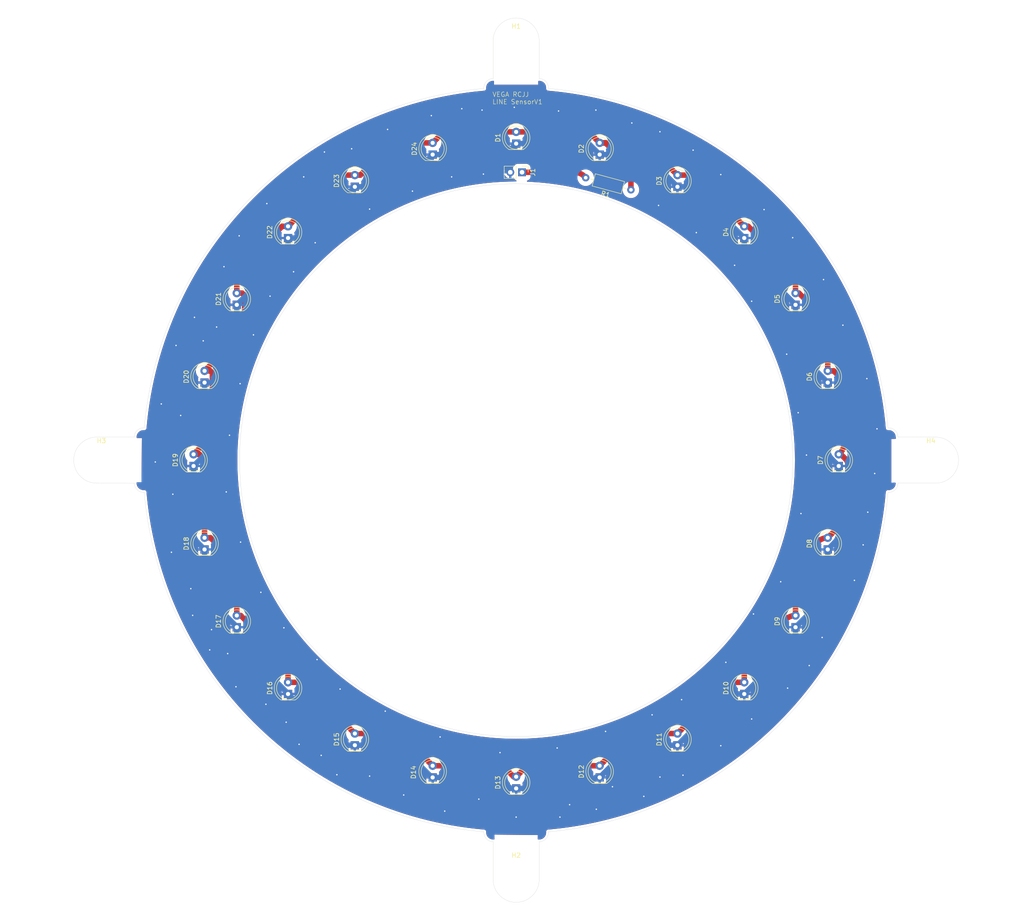
<source format=kicad_pcb>
(kicad_pcb (version 20240108) (generator "pcbnew") (generator_version "8.0")
  (layers (0 "F.Cu" signal) (31 "B.Cu" signal) (34 "B.Paste" user) (35 "F.Paste" user) (36 "B.SilkS" user "B.Silkscreen") (37 "F.SilkS" user "F.Silkscreen") (38 "B.Mask" user) (39 "F.Mask" user) (44 "Edge.Cuts" user))
  (net 0 "")
  (net 1 "GND")
  (net 2 "+5V")
  (net 3 "Net-(D1-A)")
  (footprint "LED_THT:LED_D5.0mm" (layer "F.Cu") (at 277.614808 169.392333 90)
    (property "Reference" "D8" (at 1.27 -3.96 90) (layer "F.SilkS"))
    (property "Value" "LED")
    (pad "1" thru_hole rect (at 0 0 90) (size 1.8 1.8) (drill 0.9) (layers "*.Cu" "*.Mask") (net 1 "GND"))
    (pad "2" thru_hole circle (at 2.54 0 90) (size 1.8 1.8) (drill 0.9) (layers "*.Cu" "*.Mask") (net 3 "Net-(D1-A)"))
  )
  (footprint "LED_THT:LED_D5.0mm" (layer "F.Cu") (at 160.502525 200.772475 90)
    (property "Reference" "D16" (at 1.27 -3.96 90) (layer "F.SilkS"))
    (property "Value" "LED")
    (pad "1" thru_hole rect (at 0 0 90) (size 1.8 1.8) (drill 0.9) (layers "*.Cu" "*.Mask") (net 1 "GND"))
    (pad "2" thru_hole circle (at 2.54 0 90) (size 1.8 1.8) (drill 0.9) (layers "*.Cu" "*.Mask") (net 3 "Net-(D1-A)"))
  )
  (footprint "LED_THT:LED_D5.0mm" (layer "F.Cu") (at 228.117333 218.889808 90)
    (property "Reference" "D12" (at 1.27 -3.96 90) (layer "F.SilkS"))
    (property "Value" "LED")
    (pad "1" thru_hole rect (at 0 0 90) (size 1.8 1.8) (drill 0.9) (layers "*.Cu" "*.Mask") (net 1 "GND"))
    (pad "2" thru_hole circle (at 2.54 0 90) (size 1.8 1.8) (drill 0.9) (layers "*.Cu" "*.Mask") (net 3 "Net-(D1-A)"))
  )
  (footprint "LED_THT:LED_D5.0mm" (layer "F.Cu") (at 280 151.275 90)
    (property "Reference" "D7" (at 1.27 -3.96 90) (layer "F.SilkS"))
    (property "Value" "LED")
    (pad "1" thru_hole rect (at 0 0 90) (size 1.8 1.8) (drill 0.9) (layers "*.Cu" "*.Mask") (net 1 "GND"))
    (pad "2" thru_hole circle (at 2.54 0 90) (size 1.8 1.8) (drill 0.9) (layers "*.Cu" "*.Mask") (net 3 "Net-(D1-A)"))
  )
  (footprint "MountingHole:MountingHole_3.2mm_M3" (layer "F.Cu") (at 210 60)
    (property "Reference" "H1" (at 0 -4.2 0) (layer "F.SilkS"))
    (property "Value" "MountingHole")
    (pad "" np_thru_hole circle (at 0 0) (size 3.2 3.2) (drill 3.2) (layers "*.Cu" "*.Mask"))
  )
  (footprint "Resistor_THT:R_Axial_DIN0207_L6.3mm_D2.5mm_P10.16mm_Horizontal" (layer "F.Cu") (at 234.906903 91.314801 165)
    (property "Reference" "R1" (at 5.08 -2.369999 165) (layer "F.SilkS"))
    (property "Value" "150")
    (pad "1" thru_hole circle (at 0 0 165) (size 1.6 1.6) (drill 0.8) (layers "*.Cu" "*.Mask") (net 3 "Net-(D1-A)"))
    (pad "2" thru_hole oval (at 10.159999 0 165) (size 1.6 1.6) (drill 0.8) (layers "*.Cu" "*.Mask") (net 2 "+5V"))
  )
  (footprint "LED_THT:LED_D5.0mm" (layer "F.Cu") (at 245 90.653222 90)
    (property "Reference" "D3" (at 1.27 -3.96 90) (layer "F.SilkS"))
    (property "Value" "LED")
    (pad "1" thru_hole rect (at 0 0 90) (size 1.8 1.8) (drill 0.9) (layers "*.Cu" "*.Mask") (net 1 "GND"))
    (pad "2" thru_hole circle (at 2.54 0 90) (size 1.8 1.8) (drill 0.9) (layers "*.Cu" "*.Mask") (net 3 "Net-(D1-A)"))
  )
  (footprint "LED_THT:LED_D5.0mm" (layer "F.Cu") (at 175 90.653222 90)
    (property "Reference" "D23" (at 1.27 -3.96 90) (layer "F.SilkS"))
    (property "Value" "LED")
    (pad "1" thru_hole rect (at 0 0 90) (size 1.8 1.8) (drill 0.9) (layers "*.Cu" "*.Mask") (net 1 "GND"))
    (pad "2" thru_hole circle (at 2.54 0 90) (size 1.8 1.8) (drill 0.9) (layers "*.Cu" "*.Mask") (net 3 "Net-(D1-A)"))
  )
  (footprint "MountingHole:MountingHole_3.2mm_M3" (layer "F.Cu") (at 300 150)
    (property "Reference" "H4" (at 0 -4.2 0) (layer "F.SilkS"))
    (property "Value" "MountingHole")
    (pad "" np_thru_hole circle (at 0 0) (size 3.2 3.2) (drill 3.2) (layers "*.Cu" "*.Mask"))
  )
  (footprint "LED_THT:LED_D5.0mm" (layer "F.Cu") (at 259.497475 200.772475 90)
    (property "Reference" "D10" (at 1.27 -3.96 90) (layer "F.SilkS"))
    (property "Value" "LED")
    (pad "1" thru_hole rect (at 0 0 90) (size 1.8 1.8) (drill 0.9) (layers "*.Cu" "*.Mask") (net 1 "GND"))
    (pad "2" thru_hole circle (at 2.54 0 90) (size 1.8 1.8) (drill 0.9) (layers "*.Cu" "*.Mask") (net 3 "Net-(D1-A)"))
  )
  (footprint "Connector_PinHeader_2.54mm:PinHeader_1x02_P2.54mm_Vertical" (layer "F.Cu") (at 211.275 87.5 -90)
    (property "Reference" "J1" (at 0 -2.33 90) (layer "F.SilkS"))
    (property "Value" "Conn_01x02_Pin")
    (pad "1" thru_hole rect (at 0 0 270) (size 1.7 1.7) (drill 1) (layers "*.Cu" "*.Mask") (net 2 "+5V"))
    (pad "2" thru_hole oval (at 0 2.54 270) (size 1.7 1.7) (drill 1) (layers "*.Cu" "*.Mask") (net 1 "GND"))
  )
  (footprint "LED_THT:LED_D5.0mm" (layer "F.Cu") (at 210 221.275 90)
    (property "Reference" "D13" (at 1.27 -3.96 90) (layer "F.SilkS"))
    (property "Value" "LED")
    (pad "1" thru_hole rect (at 0 0 90) (size 1.8 1.8) (drill 0.9) (layers "*.Cu" "*.Mask") (net 1 "GND"))
    (pad "2" thru_hole circle (at 2.54 0 90) (size 1.8 1.8) (drill 0.9) (layers "*.Cu" "*.Mask") (net 3 "Net-(D1-A)"))
  )
  (footprint "MountingHole:MountingHole_3.2mm_M3" (layer "F.Cu") (at 120 150)
    (property "Reference" "H3" (at 0 -4.2 0) (layer "F.SilkS"))
    (property "Value" "MountingHole")
    (pad "" np_thru_hole circle (at 0 0) (size 3.2 3.2) (drill 3.2) (layers "*.Cu" "*.Mask"))
  )
  (footprint "LED_THT:LED_D5.0mm" (layer "F.Cu") (at 259.497475 101.777525 90)
    (property "Reference" "D4" (at 1.27 -3.96 90) (layer "F.SilkS"))
    (property "Value" "LED")
    (pad "1" thru_hole rect (at 0 0 90) (size 1.8 1.8) (drill 0.9) (layers "*.Cu" "*.Mask") (net 1 "GND"))
    (pad "2" thru_hole circle (at 2.54 0 90) (size 1.8 1.8) (drill 0.9) (layers "*.Cu" "*.Mask") (net 3 "Net-(D1-A)"))
  )
  (footprint "LED_THT:LED_D5.0mm" (layer "F.Cu") (at 270.621778 186.275 90)
    (property "Reference" "D9" (at 1.27 -3.96 90) (layer "F.SilkS"))
    (property "Value" "LED")
    (pad "1" thru_hole rect (at 0 0 90) (size 1.8 1.8) (drill 0.9) (layers "*.Cu" "*.Mask") (net 1 "GND"))
    (pad "2" thru_hole circle (at 2.54 0 90) (size 1.8 1.8) (drill 0.9) (layers "*.Cu" "*.Mask") (net 3 "Net-(D1-A)"))
  )
  (footprint "LED_THT:LED_D5.0mm" (layer "F.Cu") (at 160.502525 101.777525 90)
    (property "Reference" "D22" (at 1.27 -3.96 90) (layer "F.SilkS"))
    (property "Value" "LED")
    (pad "1" thru_hole rect (at 0 0 90) (size 1.8 1.8) (drill 0.9) (layers "*.Cu" "*.Mask") (net 1 "GND"))
    (pad "2" thru_hole circle (at 2.54 0 90) (size 1.8 1.8) (drill 0.9) (layers "*.Cu" "*.Mask") (net 3 "Net-(D1-A)"))
  )
  (footprint "LED_THT:LED_D5.0mm" (layer "F.Cu") (at 149.378222 186.275 90)
    (property "Reference" "D17" (at 1.27 -3.96 90) (layer "F.SilkS"))
    (property "Value" "LED")
    (pad "1" thru_hole rect (at 0 0 90) (size 1.8 1.8) (drill 0.9) (layers "*.Cu" "*.Mask") (net 1 "GND"))
    (pad "2" thru_hole circle (at 2.54 0 90) (size 1.8 1.8) (drill 0.9) (layers "*.Cu" "*.Mask") (net 3 "Net-(D1-A)"))
  )
  (footprint "LED_THT:LED_D5.0mm" (layer "F.Cu") (at 140 151.275 90)
    (property "Reference" "D19" (at 1.27 -3.96 90) (layer "F.SilkS"))
    (property "Value" "LED")
    (pad "1" thru_hole rect (at 0 0 90) (size 1.8 1.8) (drill 0.9) (layers "*.Cu" "*.Mask") (net 1 "GND"))
    (pad "2" thru_hole circle (at 2.54 0 90) (size 1.8 1.8) (drill 0.9) (layers "*.Cu" "*.Mask") (net 3 "Net-(D1-A)"))
  )
  (footprint "LED_THT:LED_D5.0mm" (layer "F.Cu") (at 270.621778 116.275 90)
    (property "Reference" "D5" (at 1.27 -3.96 90) (layer "F.SilkS"))
    (property "Value" "LED")
    (pad "1" thru_hole rect (at 0 0 90) (size 1.8 1.8) (drill 0.9) (layers "*.Cu" "*.Mask") (net 1 "GND"))
    (pad "2" thru_hole circle (at 2.54 0 90) (size 1.8 1.8) (drill 0.9) (layers "*.Cu" "*.Mask") (net 3 "Net-(D1-A)"))
  )
  (footprint "LED_THT:LED_D5.0mm" (layer "F.Cu") (at 142.385192 169.392333 90)
    (property "Reference" "D18" (at 1.27 -3.96 90) (layer "F.SilkS"))
    (property "Value" "LED")
    (pad "1" thru_hole rect (at 0 0 90) (size 1.8 1.8) (drill 0.9) (layers "*.Cu" "*.Mask") (net 1 "GND"))
    (pad "2" thru_hole circle (at 2.54 0 90) (size 1.8 1.8) (drill 0.9) (layers "*.Cu" "*.Mask") (net 3 "Net-(D1-A)"))
  )
  (footprint "LED_THT:LED_D5.0mm" (layer "F.Cu") (at 228.117333 83.660192 90)
    (property "Reference" "D2" (at 1.27 -3.96 90) (layer "F.SilkS"))
    (property "Value" "LED")
    (pad "1" thru_hole rect (at 0 0 90) (size 1.8 1.8) (drill 0.9) (layers "*.Cu" "*.Mask") (net 1 "GND"))
    (pad "2" thru_hole circle (at 2.54 0 90) (size 1.8 1.8) (drill 0.9) (layers "*.Cu" "*.Mask") (net 3 "Net-(D1-A)"))
  )
  (footprint "LED_THT:LED_D5.0mm" (layer "F.Cu") (at 175 211.896778 90)
    (property "Reference" "D15" (at 1.27 -3.96 90) (layer "F.SilkS"))
    (property "Value" "LED")
    (pad "1" thru_hole rect (at 0 0 90) (size 1.8 1.8) (drill 0.9) (layers "*.Cu" "*.Mask") (net 1 "GND"))
    (pad "2" thru_hole circle (at 2.54 0 90) (size 1.8 1.8) (drill 0.9) (layers "*.Cu" "*.Mask") (net 3 "Net-(D1-A)"))
  )
  (footprint "LED_THT:LED_D5.0mm" (layer "F.Cu") (at 149.378222 116.275 90)
    (property "Reference" "D21" (at 1.27 -3.96 90) (layer "F.SilkS"))
    (property "Value" "LED")
    (pad "1" thru_hole rect (at 0 0 90) (size 1.8 1.8) (drill 0.9) (layers "*.Cu" "*.Mask") (net 1 "GND"))
    (pad "2" thru_hole circle (at 2.54 0 90) (size 1.8 1.8) (drill 0.9) (layers "*.Cu" "*.Mask") (net 3 "Net-(D1-A)"))
  )
  (footprint "LED_THT:LED_D5.0mm" (layer "F.Cu") (at 191.882667 83.660192 90)
    (property "Reference" "D24" (at 1.27 -3.96 90) (layer "F.SilkS"))
    (property "Value" "LED")
    (pad "1" thru_hole rect (at 0 0 90) (size 1.8 1.8) (drill 0.9) (layers "*.Cu" "*.Mask") (net 1 "GND"))
    (pad "2" thru_hole circle (at 2.54 0 90) (size 1.8 1.8) (drill 0.9) (layers "*.Cu" "*.Mask") (net 3 "Net-(D1-A)"))
  )
  (footprint "MountingHole:MountingHole_3.2mm_M3" (layer "F.Cu") (at 210 240)
    (property "Reference" "H2" (at 0 -4.2 0) (layer "F.SilkS"))
    (property "Value" "MountingHole")
    (pad "" np_thru_hole circle (at 0 0) (size 3.2 3.2) (drill 3.2) (layers "*.Cu" "*.Mask"))
  )
  (footprint "LED_THT:LED_D5.0mm" (layer "F.Cu") (at 142.385192 133.157667 90)
    (property "Reference" "D20" (at 1.27 -3.96 90) (layer "F.SilkS"))
    (property "Value" "LED")
    (pad "1" thru_hole rect (at 0 0 90) (size 1.8 1.8) (drill 0.9) (layers "*.Cu" "*.Mask") (net 1 "GND"))
    (pad "2" thru_hole circle (at 2.54 0 90) (size 1.8 1.8) (drill 0.9) (layers "*.Cu" "*.Mask") (net 3 "Net-(D1-A)"))
  )
  (footprint "LED_THT:LED_D5.0mm" (layer "F.Cu") (at 245 211.896778 90)
    (property "Reference" "D11" (at 1.27 -3.96 90) (layer "F.SilkS"))
    (property "Value" "LED")
    (pad "1" thru_hole rect (at 0 0 90) (size 1.8 1.8) (drill 0.9) (layers "*.Cu" "*.Mask") (net 1 "GND"))
    (pad "2" thru_hole circle (at 2.54 0 90) (size 1.8 1.8) (drill 0.9) (layers "*.Cu" "*.Mask") (net 3 "Net-(D1-A)"))
  )
  (footprint "LED_THT:LED_D5.0mm" (layer "F.Cu") (at 277.614808 133.157667 90)
    (property "Reference" "D6" (at 1.27 -3.96 90) (layer "F.SilkS"))
    (property "Value" "LED")
    (pad "1" thru_hole rect (at 0 0 90) (size 1.8 1.8) (drill 0.9) (layers "*.Cu" "*.Mask") (net 1 "GND"))
    (pad "2" thru_hole circle (at 2.54 0 90) (size 1.8 1.8) (drill 0.9) (layers "*.Cu" "*.Mask") (net 3 "Net-(D1-A)"))
  )
  (footprint "LED_THT:LED_D5.0mm" (layer "F.Cu") (at 210 81.275 90)
    (property "Reference" "D1" (at 1.27 -3.96 90) (layer "F.SilkS"))
    (property "Value" "LED")
    (pad "1" thru_hole rect (at 0 0 90) (size 1.8 1.8) (drill 0.9) (layers "*.Cu" "*.Mask") (net 1 "GND"))
    (pad "2" thru_hole circle (at 2.54 0 90) (size 1.8 1.8) (drill 0.9) (layers "*.Cu" "*.Mask") (net 3 "Net-(D1-A)"))
  )
  (footprint "LED_THT:LED_D5.0mm" (layer "F.Cu") (at 191.882667 218.889808 90)
    (property "Reference" "D14" (at 1.125 -4.15 90) (layer "F.SilkS"))
    (property "Value" "LED")
    (pad "1" thru_hole rect (at 0 0 90) (size 1.8 1.8) (drill 0.9) (layers "*.Cu" "*.Mask") (net 1 "GND"))
    (pad "2" thru_hole circle (at 2.54 0 90) (size 1.8 1.8) (drill 0.9) (layers "*.Cu" "*.Mask") (net 3 "Net-(D1-A)"))
  )
  (gr_line (start 214.999999 59.01) (end 215 67.15) (stroke (width 0.05)) (layer "Edge.Cuts"))
  (gr_arc (start 129.300812 143.00007) (mid 152.724771 92.720805) (end 203.005658 69.300327) (stroke (width 0.05)) (layer "Edge.Cuts"))
  (gr_circle (center 210 150) (end 270 150) (stroke (width 0.05)) (fill none) (layer "Edge.Cuts"))
  (gr_arc (start 129.300329 156.994367) (mid 127.793627 156.469813) (end 127.150001 155.01) (stroke (width 0.05)) (layer "Edge.Cuts"))
  (gr_arc (start 205.000001 59.01) (mid 210 53.999991) (end 214.999999 59.01) (stroke (width 0.05)) (layer "Edge.Cuts"))
  (gr_arc (start 216.994405 69.299515) (mid 267.275802 92.720227) (end 290.699999 143) (stroke (width 0.05)) (layer "Edge.Cuts"))
  (gr_arc (start 119 155) (mid 114 150) (end 119 145) (stroke (width 0.05)) (layer "Edge.Cuts"))
  (gr_line (start 205.000001 59.01) (end 205 67.15) (stroke (width 0.05)) (layer "Edge.Cuts"))
  (gr_arc (start 290.7 143) (mid 292.214122 143.529738) (end 292.855617 145) (stroke (width 0.05)) (layer "Edge.Cuts"))
  (gr_arc (start 203.004931 230.709642) (mid 152.715778 207.284336) (end 129.290372 156.99523) (stroke (width 0.05)) (layer "Edge.Cuts"))
  (gr_arc (start 215 67.15) (mid 216.466145 67.789699) (end 216.994399 69.29958) (stroke (width 0.05)) (layer "Edge.Cuts"))
  (gr_line (start 301 155) (end 292.855617 155) (stroke (width 0.05)) (layer "Edge.Cuts"))
  (gr_arc (start 217 230.7) (mid 216.470262 232.214121) (end 215 232.855616) (stroke (width 0.05)) (layer "Edge.Cuts"))
  (gr_arc (start 292.855617 155) (mid 292.214122 156.470262) (end 290.7 157) (stroke (width 0.05)) (layer "Edge.Cuts"))
  (gr_arc (start 205 232.85) (mid 203.537004 232.213687) (end 203.004931 230.709643) (stroke (width 0.05)) (layer "Edge.Cuts"))
  (gr_line (start 301 145) (end 292.855617 145) (stroke (width 0.05)) (layer "Edge.Cuts"))
  (gr_line (start 127.150001 155.01) (end 119 155) (stroke (width 0.05)) (layer "Edge.Cuts"))
  (gr_arc (start 215 241) (mid 210 246) (end 205 241) (stroke (width 0.05)) (layer "Edge.Cuts"))
  (gr_line (start 119 145) (end 127.144408 144.990022) (stroke (width 0.05)) (layer "Edge.Cuts"))
  (gr_arc (start 301 145) (mid 306 150) (end 301 155) (stroke (width 0.05)) (layer "Edge.Cuts"))
  (gr_arc (start 290.699999 157) (mid 267.277787 207.277787) (end 217 230.699999) (stroke (width 0.05)) (layer "Edge.Cuts"))
  (gr_line (start 215 232.855616) (end 215 241) (stroke (width 0.05)) (layer "Edge.Cuts"))
  (gr_arc (start 127.144408 144.990022) (mid 127.78954 143.526349) (end 129.3 143) (stroke (width 0.05)) (layer "Edge.Cuts"))
  (gr_line (start 205 232.85) (end 205 241) (stroke (width 0.05)) (layer "Edge.Cuts"))
  (gr_arc (start 203.005658 69.300327) (mid 203.533601 67.789973) (end 205 67.15) (stroke (width 0.05)) (layer "Edge.Cuts"))
  (gr_text "VEGA RCJJ\nLINE SensorV1" (at 204.8 72.8 0) (layer "F.SilkS") (effects (font (size 1 1) (thickness 0.1)) (justify left bottom)))
  (via (at 181.6 204.5) (size 0.6) (drill 0.3) (layers "F.Cu" "B.Cu") (net 1))
  (via (at 140.2 119) (size 0.6) (drill 0.3) (layers "F.Cu" "B.Cu") (net 1))
  (via (at 178.2 218.6) (size 0.6) (drill 0.3) (layers "F.Cu" "B.Cu") (net 1))
  (via (at 202.9 87.9) (size 0.6) (drill 0.3) (layers "F.Cu" "B.Cu") (net 1))
  (via (at 159.6 186.4) (size 0.6) (drill 0.3) (layers "F.Cu" "B.Cu") (net 1))
  (via (at 161.7 109.1) (size 0.6) (drill 0.3) (layers "F.Cu" "B.Cu") (net 1))
  (via (at 143.9 186.8) (size 0.6) (drill 0.3) (layers "F.Cu" "B.Cu") (net 1))
  (via (at 280.9 120.7) (size 0.6) (drill 0.3) (layers "F.Cu" "B.Cu") (net 1))
  (via (at 147.8 144.6) (size 0.6) (drill 0.3) (layers "F.Cu" "B.Cu") (net 1))
  (via (at 276.7 110.8) (size 0.6) (drill 0.3) (layers "F.Cu" "B.Cu") (net 1))
  (via (at 137.2 140.3) (size 0.6) (drill 0.3) (layers "F.Cu" "B.Cu") (net 1))
  (via (at 261.1 206.2) (size 0.6) (drill 0.3) (layers "F.Cu" "B.Cu") (net 1))
  (via (at 261.5 183.4) (size 0.6) (drill 0.3) (layers "F.Cu" "B.Cu") (net 1))
  (via (at 149.9 101.3) (size 0.6) (drill 0.3) (layers "F.Cu" "B.Cu") (net 1))
  (via (at 135.2 170) (size 0.6) (drill 0.3) (layers "F.Cu" "B.Cu") (net 1))
  (via (at 150.2 167.8) (size 0.6) (drill 0.3) (layers "F.Cu" "B.Cu") (net 1))
  (via (at 154.6 178.7) (size 0.6) (drill 0.3) (layers "F.Cu" "B.Cu") (net 1))
  (via (at 271.8 161.6) (size 0.6) (drill 0.3) (layers "F.Cu" "B.Cu") (net 1))
  (via (at 168.4 83.1) (size 0.6) (drill 0.3) (layers "F.Cu" "B.Cu") (net 1))
  (via (at 288.3 143.2) (size 0.6) (drill 0.3) (layers "F.Cu" "B.Cu") (net 1))
  (via (at 218.9 212.5) (size 0.6) (drill 0.3) (layers "F.Cu" "B.Cu") (net 1))
  (via (at 160.1 206.9) (size 0.6) (drill 0.3) (layers "F.Cu" "B.Cu") (net 1))
  (via (at 249.1 100.6) (size 0.6) (drill 0.3) (layers "F.Cu" "B.Cu") (net 1))
  (via (at 193.5 210.1) (size 0.6) (drill 0.3) (layers "F.Cu" "B.Cu") (net 1))
  (via (at 142.1 124.1) (size 0.6) (drill 0.3) (layers "F.Cu" "B.Cu") (net 1))
  (via (at 149.2 199.2) (size 0.6) (drill 0.3) (layers "F.Cu" "B.Cu") (net 1))
  (via (at 230.9 220.9) (size 0.6) (drill 0.3) (layers "F.Cu" "B.Cu") (net 1))
  (via (at 254.4 88) (size 0.6) (drill 0.3) (layers "F.Cu" "B.Cu") (net 1))
  (via (at 153 122.8) (size 0.6) (drill 0.3) (layers "F.Cu" "B.Cu") (net 1))
  (via (at 237.7 223) (size 0.6) (drill 0.3) (layers "F.Cu" "B.Cu") (net 1))
  (via (at 241.2 78.7) (size 0.6) (drill 0.3) (layers "F.Cu" "B.Cu") (net 1))
  (via (at 286.3 161.3) (size 0.6) (drill 0.3) (layers "F.Cu" "B.Cu") (net 1))
  (via (at 209.6 73.4) (size 0.6) (drill 0.3) (layers "F.Cu" "B.Cu") (net 1))
  (via (at 182.1 78.2) (size 0.6) (drill 0.3) (layers "F.Cu" "B.Cu") (net 1))
  (via (at 273 148.9) (size 0.6) (drill 0.3) (layers "F.Cu" "B.Cu") (net 1))
  (via (at 155.7 203) (size 0.6) (drill 0.3) (layers "F.Cu" "B.Cu") (net 1))
  (via (at 283.4 176.1) (size 0.6) (drill 0.3) (layers "F.Cu" "B.Cu") (net 1))
  (via (at 268.9 199.5) (size 0.6) (drill 0.3) (layers "F.Cu" "B.Cu") (net 1))
  (via (at 210 227.5) (size 0.6) (drill 0.3) (layers "F.Cu" "B.Cu") (net 1))
  (via (at 267.4 176.4) (size 0.6) (drill 0.3) (layers "F.Cu" "B.Cu") (net 1))
  (via (at 286.1 132.3) (size 0.6) (drill 0.3) (layers "F.Cu" "B.Cu") (net 1))
  (via (at 146.6 108) (size 0.6) (drill 0.3) (layers "F.Cu" "B.Cu") (net 1))
  (via (at 147.1 156.9) (size 0.6) (drill 0.3) (layers "F.Cu" "B.Cu") (net 1))
  (via (at 221.6 224.8) (size 0.6) (drill 0.3) (layers "F.Cu" "B.Cu") (net 1))
  (via (at 201.9 223.6) (size 0.6) (drill 0.3) (layers "F.Cu" "B.Cu") (net 1))
  (via (at 131.7 150.4) (size 0.6) (drill 0.3) (layers "F.Cu" "B.Cu") (net 1))
  (via (at 255.5 193.9) (size 0.6) (drill 0.3) (layers "F.Cu" "B.Cu") (net 1))
  (via (at 276.4 188.5) (size 0.6) (drill 0.3) (layers "F.Cu" "B.Cu") (net 1))
  (via (at 133 137.8) (size 0.6) (drill 0.3) (layers "F.Cu" "B.Cu") (net 1))
  (via (at 254.4 212) (size 0.6) (drill 0.3) (layers "F.Cu" "B.Cu") (net 1))
  (via (at 219.5 227.5) (size 0.6) (drill 0.3) (layers "F.Cu" "B.Cu") (net 1))
  (via (at 246.2 218.4) (size 0.6) (drill 0.3) (layers "F.Cu" "B.Cu") (net 1))
  (via (at 271.2 139.7) (size 0.6) (drill 0.3) (layers "F.Cu" "B.Cu") (net 1))
  (via (at 167.7 214.1) (size 0.6) (drill 0.3) (layers "F.Cu" "B.Cu") (net 1))
  (via (at 150.1 133.4) (size 0.6) (drill 0.3) (layers "F.Cu" "B.Cu") (net 1))
  (via (at 135.5 157.4) (size 0.6) (drill 0.3) (layers "F.Cu" "B.Cu") (net 1))
  (via (at 136.2 125.1) (size 0.6) (drill 0.3) (layers "F.Cu" "B.Cu") (net 1))
  (via (at 155.9 94.3) (size 0.6) (drill 0.3) (layers "F.Cu" "B.Cu") (net 1))
  (via (at 198.2 73.7) (size 0.6) (drill 0.3) (layers "F.Cu" "B.Cu") (net 1))
  (via (at 139.8 183.7) (size 0.6) (drill 0.3) (layers "F.Cu" "B.Cu") (net 1))
  (via (at 229.4 208.9) (size 0.6) (drill 0.3) (layers "F.Cu" "B.Cu") (net 1))
  (via (at 145 121.1) (size 0.6) (drill 0.3) (layers "F.Cu" "B.Cu") (net 1))
  (via (at 163.9 88.5) (size 0.6) (drill 0.3) (layers "F.Cu" "B.Cu") (net 1))
  (via (at 268.7 127) (size 0.6) (drill 0.3) (layers "F.Cu" "B.Cu") (net 1))
  (via (at 174.3 82.4) (size 0.6) (drill 0.3) (layers "F.Cu" "B.Cu") (net 1))
  (via (at 171.1 218.3) (size 0.6) (drill 0.3) (layers "F.Cu" "B.Cu") (net 1))
  (via (at 235.1 76.8) (size 0.6) (drill 0.3) (layers "F.Cu" "B.Cu") (net 1))
  (via (at 196 88.5) (size 0.6) (drill 0.3) (layers "F.Cu" "B.Cu") (net 1))
  (via (at 143.5 191.2) (size 0.6) (drill 0.3) (layers "F.Cu" "B.Cu") (net 1))
  (via (at 227.4 225.8) (size 0.6) (drill 0.3) (layers "F.Cu" "B.Cu") (net 1))
  (via (at 171.8 199.7) (size 0.6) (drill 0.3) (layers "F.Cu" "B.Cu") (net 1))
  (via (at 263.8 95.6) (size 0.6) (drill 0.3) (layers "F.Cu" "B.Cu") (net 1))
  (via (at 194.5 226.2) (size 0.6) (drill 0.3) (layers "F.Cu" "B.Cu") (net 1))
  (via (at 187.5 91.6) (size 0.6) (drill 0.3) (layers "F.Cu" "B.Cu") (net 1))
  (via (at 241.2 218.8) (size 0.6) (drill 0.3) (layers "F.Cu" "B.Cu") (net 1))
  (via (at 287.8 152.9) (size 0.6) (drill 0.3) (layers "F.Cu" "B.Cu") (net 1))
  (via (at 185.6 222.7) (size 0.6) (drill 0.3) (layers "F.Cu" "B.Cu") (net 1))
  (via (at 261.1 115.5) (size 0.6) (drill 0.3) (layers "F.Cu" "B.Cu") (net 1))
  (via (at 240.9 94.7) (size 0.6) (drill 0.3) (layers "F.Cu" "B.Cu") (net 1))
  (via (at 227.3 74) (size 0.6) (drill 0.3) (layers "F.Cu" "B.Cu") (net 1))
  (via (at 202.6 74) (size 0.6) (drill 0.3) (layers "F.Cu" "B.Cu") (net 1))
  (via (at 219.2 74.2) (size 0.6) (drill 0.3) (layers "F.Cu" "B.Cu") (net 1))
  (via (at 162.9 211.7) (size 0.6) (drill 0.3) (layers "F.Cu" "B.Cu") (net 1))
  (via (at 147.4 192) (size 0.6) (drill 0.3) (layers "F.Cu" "B.Cu") (net 1))
  (via (at 139.4 177.9) (size 0.6) (drill 0.3) (layers "F.Cu" "B.Cu") (net 1))
  (via (at 248.4 82.7) (size 0.6) (drill 0.3) (layers "F.Cu" "B.Cu") (net 1))
  (via (at 239.5 205.3) (size 0.6) (drill 0.3) (layers "F.Cu" "B.Cu") (net 1))
  (via (at 191.6 75.2) (size 0.6) (drill 0.3) (layers "F.Cu" "B.Cu") (net 1))
  (via (at 270 101.7) (size 0.6) (drill 0.3) (layers "F.Cu" "B.Cu") (net 1))
  (via (at 285.3 168.4) (size 0.6) (drill 0.3) (layers "F.Cu" "B.Cu") (net 1))
  (via (at 257.4 107.7) (size 0.6) (drill 0.3) (layers "F.Cu" "B.Cu") (net 1))
  (via (at 166.8 193.3) (size 0.6) (drill 0.3) (layers "F.Cu" "B.Cu") (net 1))
  (via (at 156.6 114.4) (size 0.6) (drill 0.3) (layers "F.Cu" "B.Cu") (net 1))
  (via (at 273.6 194.6) (size 0.6) (drill 0.3) (layers "F.Cu" "B.Cu") (net 1))
  (via (at 245.9 202) (size 0.6) (drill 0.3) (layers "F.Cu" "B.Cu") (net 1))
  (via (at 178.2 95.5) (size 0.6) (drill 0.3) (layers "F.Cu" "B.Cu") (net 1))
  (via (at 206.5 213.5) (size 0.6) (drill 0.3) (layers "F.Cu" "B.Cu") (net 1))
  (via (at 166.4 102.8) (size 0.6) (drill 0.3) (layers "F.Cu" "B.Cu") (net 1))
  (segment (start 191.882667 218.889808) (end 191.689808 218.889808) (width 1.2) (layer "B.Cu") (net 1))
  (segment (start 149.378222 186.275) (end 149.378222 186.178222) (width 1.2) (layer "B.Cu") (net 1))
  (segment (start 227.289808 218.889808) (end 225.783295 220.396321) (width 1.2) (layer "B.Cu") (net 1))
  (segment (start 245 90.653222) (end 247.130531 90.653222) (width 1.2) (layer "B.Cu") (net 1))
  (segment (start 149.378222 127.021996) (end 149.378222 116.275) (width 1.2) (layer "B.Cu") (net 1))
  (segment (start 175 211.896778) (end 172.869469 211.896778) (width 1.2) (layer "B.Cu") (net 1))
  (segment (start 228.117333 218.889808) (end 227.289808 218.889808) (width 1.2) (layer "B.Cu") (net 1))
  (segment (start 191.689808 218.889808) (end 185.575457 212.775457) (width 1.2) (layer "B.Cu") (net 1))
  (segment (start 164.754377 100.898845) (end 175 90.653222) (width 1.2) (layer "B.Cu") (net 1))
  (segment (start 149.378222 188.335581) (end 149.378222 186.275) (width 1.2) (layer "B.Cu") (net 1))
  (segment (start 210 81.275) (end 225.732141 81.275) (width 1.2) (layer "B.Cu") (net 1))
  (segment (start 260.376155 106.029377) (end 270.621778 116.275) (width 1.2) (layer "B.Cu") (net 1))
  (segment (start 225.732141 81.275) (end 228.117333 83.660192) (width 1.2) (layer "B.Cu") (net 1))
  (segment (start 149.378222 186.178222) (end 143.263871 180.063871) (width 1.2) (layer "B.Cu") (net 1))
  (segment (start 271.500458 127.043317) (end 277.614808 133.157667) (width 1.2) (layer "B.Cu") (net 1))
  (segment (start 191.882667 83.660192) (end 203.652551 83.660192) (width 1.2) (layer "B.Cu") (net 1))
  (segment (start 140 165.7645) (end 140 151.275) (width 1.2) (layer "B.Cu") (net 1))
  (segment (start 145.363872 132.278987) (end 148.499543 129.143316) (width 1.2) (layer "B.Cu") (net 1))
  (segment (start 183.454137 211.896778) (end 175 211.896778) (width 1.2) (layer "B.Cu") (net 1))
  (segment (start 142.385192 177.942551) (end 142.385192 169.392333) (width 1.2) (layer "B.Cu") (net 1))
  (segment (start 170.748148 211.018098) (end 160.502525 200.772475) (width 1.2) (layer "B.Cu") (net 1))
  (segment (start 277.614808 169.392333) (end 277.614808 178.039329) (width 1.2) (layer "B.Cu") (net 1))
  (segment (start 160.502525 101.777525) (end 162.633056 101.777525) (width 1.2) (layer "B.Cu") (net 1))
  (segment (start 149.378222 116.275) (end 159.623846 106.029376) (width 1.2) (layer "B.Cu") (net 1))
  (segment (start 276.736128 180.16065) (end 270.621778 186.275) (width 1.2) (layer "B.Cu") (net 1))
  (segment (start 270.621778 116.275) (end 270.621778 124.921996) (width 1.2) (layer "B.Cu") (net 1))
  (segment (start 140 151.275) (end 142.385192 148.889808) (width 1.2) (layer "B.Cu") (net 1))
  (segment (start 142.385192 148.889808) (end 142.385192 133.157667) (width 1.2) (layer "B.Cu") (net 1))
  (segment (start 142.385192 169.392333) (end 140.878679 167.88582) (width 1.2) (layer "B.Cu") (net 1))
  (segment (start 259.497475 101.777525) (end 259.497475 103.908056) (width 1.2) (layer "B.Cu") (net 1))
  (segment (start 142.385192 133.157667) (end 143.242551 133.157667) (width 1.2) (layer "B.Cu") (net 1))
  (segment (start 205.773872 84.538872) (end 208.735 87.5) (width 1.2) (layer "B.Cu") (net 1))
  (segment (start 249.251852 91.531902) (end 259.497475 101.777525) (width 1.2) (layer "B.Cu") (net 1))
  (segment (start 209.61368 81.66132) (end 210 81.275) (width 1.2) (layer "B.Cu") (net 1))
  (segment (start 270.621778 186.275) (end 270.621778 188.405531) (width 1.2) (layer "B.Cu") (net 1))
  (segment (start 175 90.653222) (end 183.704137 90.653222) (width 1.2) (layer "B.Cu") (net 1))
  (segment (start 238.88565 84.538872) (end 245 90.653222) (width 1.2) (layer "B.Cu") (net 1))
  (segment (start 191.882667 83.717333) (end 191.882667 83.660192) (width 1.2) (layer "B.Cu") (net 1))
  (segment (start 205.147167 218.889808) (end 191.882667 218.889808) (width 1.2) (layer "B.Cu") (net 1))
  (segment (start 210 221.275) (end 208.775 221.275) (width 1.2) (layer "B.Cu") (net 1))
  (segment (start 255.245623 201.651155) (end 245 211.896778) (width 1.2) (layer "B.Cu") (net 1))
  (segment (start 223.661975 221.275) (end 210 221.275) (width 1.2) (layer "B.Cu") (net 1))
  (segment (start 160.502525 200.702525) (end 150.256901 190.456901) (width 1.2) (layer "B.Cu") (net 1))
  (segment (start 280 151.275) (end 280 165.7645) (width 1.2) (layer "B.Cu") (net 1))
  (segment (start 269.743098 190.526852) (end 259.497475 200.772475) (width 1.2) (layer "B.Cu") (net 1))
  (segment (start 279.12132 167.885821) (end 277.614808 169.392333) (width 1.2) (layer "B.Cu") (net 1))
  (segment (start 208.775 221.275) (end 207.268487 219.768487) (width 1.2) (layer "B.Cu") (net 1))
  (segment (start 208.735 87.5) (end 208.735 83.782641) (width 1.2) (layer "B.Cu") (net 1))
  (segment (start 259.497475 200.772475) (end 257.366944 200.772475) (width 1.2) (layer "B.Cu") (net 1))
  (segment (start 185.825458 89.774542) (end 191.882667 83.717333) (width 1.2) (layer "B.Cu") (net 1))
  (segment (start 228.117333 83.660192) (end 236.764329 83.660192) (width 1.2) (layer "B.Cu") (net 1))
  (segment (start 234.231683 212.775458) (end 228.117333 218.889808) (width 1.2) (layer "B.Cu") (net 1))
  (segment (start 160.502525 103.908056) (end 160.502525 101.777525) (width 1.2) (layer "B.Cu") (net 1))
  (segment (start 277.614808 133.157667) (end 277.614808 147.647167) (width 1.2) (layer "B.Cu") (net 1))
  (segment (start 245 211.896778) (end 236.353004 211.896778) (width 1.2) (layer "B.Cu") (net 1))
  (segment (start 160.502525 200.772475) (end 160.502525 200.702525) (width 1.2) (layer "B.Cu") (net 1))
  (segment (start 278.493488 149.768488) (end 280 151.275) (width 1.2) (layer "B.Cu") (net 1))
  (arc (start 234.231683 212.775458) (mid 235.204953 212.125139) (end 236.353004 211.896778) (width 1.2) (layer "B.Cu") (net 1))
  (arc (start 162.633056 101.777525) (mid 163.781107 101.549163) (end 164.754377 100.898845) (width 1.2) (layer "B.Cu") (net 1))
  (arc (start 140.878679 167.88582) (mid 140.228361 166.91255) (end 140 165.7645) (width 1.2) (layer "B.Cu") (net 1))
  (arc (start 172.869469 211.896778) (mid 171.721418 211.668416) (end 170.748148 211.018098) (width 1.2) (layer "B.Cu") (net 1))
  (arc (start 247.130531 90.653222) (mid 248.278582 90.881584) (end 249.251852 91.531902) (width 1.2) (layer "B.Cu") (net 1))
  (arc (start 279.12132 167.885821) (mid 279.771639 166.912551) (end 280 165.7645) (width 1.2) (layer "B.Cu") (net 1))
  (arc (start 159.623846 106.029376) (mid 160.274164 105.056106) (end 160.502525 103.908056) (width 1.2) (layer "B.Cu") (net 1))
  (arc (start 276.736128 180.16065) (mid 277.386447 179.18738) (end 277.614808 178.039329) (width 1.2) (layer "B.Cu") (net 1))
  (arc (start 207.268487 219.768487) (mid 206.295217 219.118169) (end 205.147167 218.889808) (width 1.2) (layer "B.Cu") (net 1))
  (arc (start 142.385192 177.942551) (mid 142.613553 179.090601) (end 143.263871 180.063871) (width 1.2) (layer "B.Cu") (net 1))
  (arc (start 208.735 83.782641) (mid 208.963362 82.63459) (end 209.61368 81.66132) (width 1.2) (layer "B.Cu") (net 1))
  (arc (start 269.743098 190.526852) (mid 270.393417 189.553582) (end 270.621778 188.405531) (width 1.2) (layer "B.Cu") (net 1))
  (arc (start 255.245623 201.651155) (mid 256.218893 201.000836) (end 257.366944 200.772475) (width 1.2) (layer "B.Cu") (net 1))
  (arc (start 150.256901 190.456901) (mid 149.606583 189.483631) (end 149.378222 188.335581) (width 1.2) (layer "B.Cu") (net 1))
  (arc (start 203.652551 83.660192) (mid 204.800602 83.888554) (end 205.773872 84.538872) (width 1.2) (layer "B.Cu") (net 1))
  (arc (start 149.378222 127.021996) (mid 149.149861 128.170046) (end 148.499543 129.143316) (width 1.2) (layer "B.Cu") (net 1))
  (arc (start 260.376155 106.029377) (mid 259.725836 105.056107) (end 259.497475 103.908056) (width 1.2) (layer "B.Cu") (net 1))
  (arc (start 183.454137 211.896778) (mid 184.602187 212.125139) (end 185.575457 212.775457) (width 1.2) (layer "B.Cu") (net 1))
  (arc (start 236.764329 83.660192) (mid 237.91238 83.888554) (end 238.88565 84.538872) (width 1.2) (layer "B.Cu") (net 1))
  (arc (start 271.500458 127.043317) (mid 270.850139 126.070047) (end 270.621778 124.921996) (width 1.2) (layer "B.Cu") (net 1))
  (arc (start 145.363872 132.278987) (mid 144.390602 132.929306) (end 143.242551 133.157667) (width 1.2) (layer "B.Cu") (net 1))
  (arc (start 225.783295 220.396321) (mid 224.810025 221.046639) (end 223.661975 221.275) (width 1.2) (layer "B.Cu") (net 1))
  (arc (start 277.614808 147.647167) (mid 277.84317 148.795218) (end 278.493488 149.768488) (width 1.2) (layer "B.Cu") (net 1))
  (arc (start 183.704137 90.653222) (mid 184.852188 90.42486) (end 185.825458 89.774542) (width 1.2) (layer "B.Cu") (net 1))
  (segment (start 224.786577 88.37868) (end 225.093097 88.6852) (width 1.2) (layer "F.Cu") (net 2))
  (segment (start 211.275 87.5) (end 222.665256 87.5) (width 1.2) (layer "F.Cu") (net 2))
  (arc (start 222.665256 87.5) (mid 223.813307 87.728362) (end 224.786577 88.37868) (width 1.2) (layer "F.Cu") (net 2))
  (segment (start 184.422449 81.120192) (end 191.882667 81.120192) (width 1.2) (layer "F.Cu") (net 3))
  (segment (start 210 218.735) (end 209.465 218.735) (width 1.2) (layer "F.Cu") (net 3))
  (segment (start 259.497475 198.232475) (end 257.366944 198.232475) (width 1.2) (layer "F.Cu") (net 3))
  (segment (start 277.614808 166.852333) (end 277.584657 166.852333) (width 1.2) (layer "F.Cu") (net 3))
  (segment (start 255.245623 199.111155) (end 245 209.356778) (width 1.2) (layer "F.Cu") (net 3))
  (segment (start 159.229733 99.237525) (end 160.502525 99.237525) (width 1.2) (layer "F.Cu") (net 3))
  (segment (start 183.646996 209.356778) (end 175 209.356778) (width 1.2) (layer "F.Cu") (net 3))
  (segment (start 280.32132 148.41368) (end 280 148.735) (width 1.2) (layer "F.Cu") (net 3))
  (segment (start 142.385192 130.617667) (end 150.199543 122.803316) (width 1.2) (layer "F.Cu") (net 3))
  (segment (start 162.633056 198.232475) (end 160.502525 198.232475) (width 1.2) (layer "F.Cu") (net 3))
  (segment (start 142.385192 166.852333) (end 142.385192 151.090041) (width 1.2) (layer "F.Cu") (net 3))
  (segment (start 209.465 218.735) (end 207.958487 217.228487) (width 1.2) (layer "F.Cu") (net 3))
  (segment (start 270.621778 183.735) (end 270.591627 183.735) (width 1.2) (layer "F.Cu") (net 3))
  (segment (start 228.117333 216.349808) (end 213.627833 216.349808) (width 1.2) (layer "F.Cu") (net 3))
  (segment (start 280.46 148.735) (end 281.464506 149.739506) (width 1.2) (layer "F.Cu") (net 3))
  (segment (start 238.88565 81.998872) (end 245 88.113222) (width 1.2) (layer "F.Cu") (net 3))
  (segment (start 275.463336 167.731013) (end 271.500457 171.693892) (width 1.2) (layer "F.Cu") (net 3))
  (segment (start 143.617667 130.617667) (end 142.385192 130.617667) (width 1.2) (layer "F.Cu") (net 3))
  (segment (start 175 209.356778) (end 164.754376 199.111154) (width 1.2) (layer "F.Cu") (net 3))
  (segment (start 211.506512 217.228488) (end 210 218.735) (width 1.2) (layer "F.Cu") (net 3))
  (segment (start 143.657984 166.852333) (end 142.385192 166.852333) (width 1.2) (layer "F.Cu") (net 3))
  (segment (start 277.614808 121.232449) (end 277.614808 130.617667) (width 1.2) (layer "F.Cu") (net 3))
  (segment (start 191.882667 81.120192) (end 193.38918 79.613679) (width 1.2) (layer "F.Cu") (net 3))
  (segment (start 140 148.735) (end 143.206513 145.528487) (width 1.2) (layer "F.Cu") (net 3))
  (segment (start 149.378222 183.735) (end 149.378222 173.815212) (width 1.2) (layer "F.Cu") (net 3))
  (segment (start 141.272792 148.735) (end 140 148.735) (width 1.2) (layer "F.Cu") (net 3))
  (segment (start 271.36 113.735) (end 276.736129 119.111129) (width 1.2) (layer "F.Cu") (net 3))
  (segment (start 226.610821 79.61368) (end 228.117333 81.120192) (width 1.2) (layer "F.Cu") (net 3))
  (segment (start 195.5105 78.735) (end 210 78.735) (width 1.2) (layer "F.Cu") (net 3))
  (segment (start 160.502525 99.237525) (end 170.748149 88.991901) (width 1.2) (layer "F.Cu") (net 3))
  (segment (start 277.614808 130.617667) (end 278.8876 130.617667) (width 1.2) (layer "F.Cu") (net 3))
  (segment (start 281.12132 163.345821) (end 277.614808 166.852333) (width 1.2) (layer "F.Cu") (net 3))
  (segment (start 176.186778 88.113222) (end 182.301129 81.998871) (width 1.2) (layer "F.Cu") (net 3))
  (segment (start 282 151.032303) (end 282 161.2245) (width 1.2) (layer "F.Cu") (net 3))
  (segment (start 144.085192 131.085192) (end 143.617667 130.617667) (width 1.2) (layer "F.Cu") (net 3))
  (segment (start 245 209.356778) (end 236.353004 209.356778) (width 1.2) (layer "F.Cu") (net 3))
  (segment (start 270.621778 113.735) (end 271.36 113.735) (width 1.2) (layer "F.Cu") (net 3))
  (segment (start 234.906903 87.879611) (end 234.906903 91.314801) (width 1.2) (layer "F.Cu") (net 3))
  (segment (start 172.869469 88.113222) (end 175 88.113222) (width 1.2) (layer "F.Cu") (net 3))
  (segment (start 159.623845 193.120623) (end 150.238222 183.735) (width 1.2) (layer "F.Cu") (net 3))
  (segment (start 270.621778 110.744469) (end 270.621778 113.735) (width 1.2) (layer "F.Cu") (net 3))
  (segment (start 151.078222 120.681996) (end 151.078222 114.278222) (width 1.2) (layer "F.Cu") (net 3))
  (segment (start 150.238222 183.735) (end 149.378222 183.735) (width 1.2) (layer "F.Cu") (net 3))
  (segment (start 151.078222 114.278222) (end 150.535 113.735) (width 1.2) (layer "F.Cu") (net 3))
  (segment (start 160.502525 198.232475) (end 160.502525 195.241944) (width 1.2) (layer "F.Cu") (net 3))
  (segment (start 144.085192 143.407167) (end 144.085192 131.085192) (width 1.2) (layer "F.Cu") (net 3))
  (segment (start 229.390125 81.120192) (end 234.028224 85.758291) (width 1.2) (layer "F.Cu") (net 3))
  (segment (start 245 88.113222) (end 247.130531 88.113222) (width 1.2) (layer "F.Cu") (net 3))
  (segment (start 259.497475 194.829152) (end 259.497475 198.232475) (width 1.2) (layer "F.Cu") (net 3))
  (segment (start 150.256902 108.210356) (end 159.229733 99.237525) (width 1.2) (layer "F.Cu") (net 3))
  (segment (start 150.535 113.735) (end 149.378222 113.735) (width 1.2) (layer "F.Cu") (net 3))
  (segment (start 228.117333 81.120192) (end 236.764329 81.120192) (width 1.2) (layer "F.Cu") (net 3))
  (segment (start 278.8876 130.617667) (end 280.321321 132.051388) (width 1.2) (layer "F.Cu") (net 3))
  (segment (start 210 78.735) (end 224.4895 78.735) (width 1.2) (layer "F.Cu") (net 3))
  (segment (start 234.231683 210.235458) (end 228.117333 216.349808) (width 1.2) (layer "F.Cu") (net 3))
  (segment (start 260.357475 99.237525) (end 269.743099 108.623149) (width 1.2) (layer "F.Cu") (net 3))
  (segment (start 205.837167 216.349808) (end 191.882667 216.349808) (width 1.2) (layer "F.Cu") (net 3))
  (segment (start 281.2 134.172708) (end 281.2 146.292359) (width 1.2) (layer "F.Cu") (net 3))
  (segment (start 228.117333 81.120192) (end 229.390125 81.120192) (width 1.2) (layer "F.Cu") (net 3))
  (segment (start 268.470306 184.61368) (end 260.376154 192.707832) (width 1.2) (layer "F.Cu") (net 3))
  (segment (start 175 88.113222) (end 176.186778 88.113222) (width 1.2) (layer "F.Cu") (net 3))
  (segment (start 280 148.735) (end 280.46 148.735) (width 1.2) (layer "F.Cu") (net 3))
  (segment (start 270.621778 173.815212) (end 270.621778 183.735) (width 1.2) (layer "F.Cu") (net 3))
  (segment (start 259.497475 99.237525) (end 260.357475 99.237525) (width 1.2) (layer "F.Cu") (net 3))
  (segment (start 191.882667 216.349808) (end 185.768316 210.235457) (width 1.2) (layer "F.Cu") (net 3))
  (segment (start 149.378222 113.735) (end 149.378222 110.331677) (width 1.2) (layer "F.Cu") (net 3))
  (segment (start 141.506512 148.96872) (end 141.272792 148.735) (width 1.2) (layer "F.Cu") (net 3))
  (segment (start 148.499542 171.693891) (end 143.657984 166.852333) (width 1.2) (layer "F.Cu") (net 3))
  (segment (start 249.251852 88.991902) (end 259.497475 99.237525) (width 1.2) (layer "F.Cu") (net 3))
  (arc (start 151.078222 120.681996) (mid 150.849861 121.830046) (end 150.199543 122.803316) (width 1.2) (layer "F.Cu") (net 3))
  (arc (start 249.251852 88.991902) (mid 248.278582 88.341583) (end 247.130531 88.113222) (width 1.2) (layer "F.Cu") (net 3))
  (arc (start 282 151.032303) (mid 281.86083 150.332646) (end 281.464506 149.739506) (width 1.2) (layer "F.Cu") (net 3))
  (arc (start 236.353004 209.356778) (mid 235.204953 209.58514) (end 234.231683 210.235458) (width 1.2) (layer "F.Cu") (net 3))
  (arc (start 271.500457 171.693892) (mid 270.850139 172.667162) (end 270.621778 173.815212) (width 1.2) (layer "F.Cu") (net 3))
  (arc (start 149.378222 110.331677) (mid 149.606584 109.183626) (end 150.256902 108.210356) (width 1.2) (layer "F.Cu") (net 3))
  (arc (start 162.633056 198.232475) (mid 163.781106 198.460836) (end 164.754376 199.111154) (width 1.2) (layer "F.Cu") (net 3))
  (arc (start 141.506512 148.96872) (mid 142.156831 149.94199) (end 142.385192 151.090041) (width 1.2) (layer "F.Cu") (net 3))
  (arc (start 170.748149 88.991901) (mid 171.721419 88.341583) (end 172.869469 88.113222) (width 1.2) (layer "F.Cu") (net 3))
  (arc (start 268.470306 184.61368) (mid 269.443576 183.963361) (end 270.591627 183.735) (width 1.2) (layer "F.Cu") (net 3))
  (arc (start 185.768316 210.235457) (mid 184.795046 209.585139) (end 183.646996 209.356778) (width 1.2) (layer "F.Cu") (net 3))
  (arc (start 149.378222 173.815212) (mid 149.14986 172.667161) (end 148.499542 171.693891) (width 1.2) (layer "F.Cu") (net 3))
  (arc (start 275.463336 167.731013) (mid 276.436606 167.080694) (end 277.584657 166.852333) (width 1.2) (layer "F.Cu") (net 3))
  (arc (start 143.206513 145.528487) (mid 143.856831 144.555217) (end 144.085192 143.407167) (width 1.2) (layer "F.Cu") (net 3))
  (arc (start 277.614808 121.232449) (mid 277.386447 120.084399) (end 276.736129 119.111129) (width 1.2) (layer "F.Cu") (net 3))
  (arc (start 207.958487 217.228487) (mid 206.985217 216.578169) (end 205.837167 216.349808) (width 1.2) (layer "F.Cu") (net 3))
  (arc (start 280.321321 132.051388) (mid 280.971639 133.024658) (end 281.2 134.172708) (width 1.2) (layer "F.Cu") (net 3))
  (arc (start 236.764329 81.120192) (mid 237.91238 81.348554) (end 238.88565 81.998872) (width 1.2) (layer "F.Cu") (net 3))
  (arc (start 257.366944 198.232475) (mid 256.218893 198.460837) (end 255.245623 199.111155) (width 1.2) (layer "F.Cu") (net 3))
  (arc (start 269.743099 108.623149) (mid 270.393417 109.596419) (end 270.621778 110.744469) (width 1.2) (layer "F.Cu") (net 3))
  (arc (start 282 161.2245) (mid 281.771638 162.372551) (end 281.12132 163.345821) (width 1.2) (layer "F.Cu") (net 3))
  (arc (start 226.610821 79.61368) (mid 225.637551 78.963361) (end 224.4895 78.735) (width 1.2) (layer "F.Cu") (net 3))
  (arc (start 234.906903 87.879611) (mid 234.678542 86.731561) (end 234.028224 85.758291) (width 1.2) (layer "F.Cu") (net 3))
  (arc (start 280.32132 148.41368) (mid 280.971639 147.44041) (end 281.2 146.292359) (width 1.2) (layer "F.Cu") (net 3))
  (arc (start 213.627833 216.349808) (mid 212.479782 216.57817) (end 211.506512 217.228488) (width 1.2) (layer "F.Cu") (net 3))
  (arc (start 182.301129 81.998871) (mid 183.274399 81.348553) (end 184.422449 81.120192) (width 1.2) (layer "F.Cu") (net 3))
  (arc (start 193.38918 79.613679) (mid 194.36245 78.963361) (end 195.5105 78.735) (width 1.2) (layer "F.Cu") (net 3))
  (arc (start 260.376154 192.707832) (mid 259.725836 193.681102) (end 259.497475 194.829152) (width 1.2) (layer "F.Cu") (net 3))
  (arc (start 159.623845 193.120623) (mid 160.274164 194.093893) (end 160.502525 195.241944) (width 1.2) (layer "F.Cu") (net 3))
  (zone (net 0) (net_name "") (layers "F&B.Cu") (connect_pads (clearance 0)) (min_thickness 0.25)
    (keepout (tracks allowed) (vias not_allowed) (pads not_allowed) (copperpour not_allowed) (footprints allowed))
    (fill (thermal_gap 0.5) (thermal_bridge_width 0.5))
    (polygon (pts (xy 205.2 68.5) (xy 205.2 59) (xy 206 56.2) (xy 207.7 54.8) (xy 210.3 54.2) (xy 212.2 54.8) (xy 214 56.3) (xy 214.7 58.1) (xy 214.8 61) (xy 214.8 68.5)))
  )
  (zone (net 0) (net_name "") (layers "F&B.Cu") (connect_pads (clearance 0)) (min_thickness 0.25)
    (keepout (tracks allowed) (vias allowed) (pads allowed) (copperpour not_allowed) (footprints allowed))
    (fill (thermal_gap 0.5) (thermal_bridge_width 0.5))
    (polygon (pts (xy 214.7 241.3) (xy 214 243.7) (xy 212.1 245.4) (xy 209.4 245.8) (xy 207.1 244.8) (xy 205.6 242.9) (xy 205.2 241) (xy 205.3 231.3) (xy 214.7 231.4)))
  )
  (zone (net 0) (net_name "") (layers "F&B.Cu") (connect_pads (clearance 0)) (min_thickness 0.25)
    (keepout (tracks allowed) (vias allowed) (pads allowed) (copperpour not_allowed) (footprints allowed))
    (fill (thermal_gap 0.5) (thermal_bridge_width 0.5))
    (polygon (pts (xy 291.4 145.4) (xy 300.6 145.2) (xy 302.8 145.6) (xy 304.4 146.7) (xy 305.5 148.2) (xy 305.8 150.7) (xy 305 152.6) (xy 303.3 154.3) (xy 301.7 154.7) (xy 291.4 154.9)))
  )
  (zone (net 0) (net_name "") (layers "F&B.Cu") (connect_pads (clearance 0)) (min_thickness 0.25)
    (keepout (tracks allowed) (vias allowed) (pads allowed) (copperpour not_allowed) (footprints allowed))
    (fill (thermal_gap 0.5) (thermal_bridge_width 0.5))
    (polygon (pts (xy 118.7 154.8) (xy 115.6 153.5) (xy 114.2 150.8) (xy 114.6 148.1) (xy 116.2 146) (xy 118.7 145.2) (xy 124.6 145.2) (xy 127.7 145.2) (xy 128.8 145.2) (xy 128.7 154.8)))
  )
  (zone (net 1) (net_name "GND") (layers "F&B.Cu") (connect_pads (clearance 1)) (min_thickness 0.25) (fill yes (thermal_gap 0.5) (thermal_bridge_width 0.5))
    (polygon (pts (xy 99.1 50.1) (xy 320.2 50.1) (xy 320 250.1) (xy 98 248.6)))
  )
)
</source>
